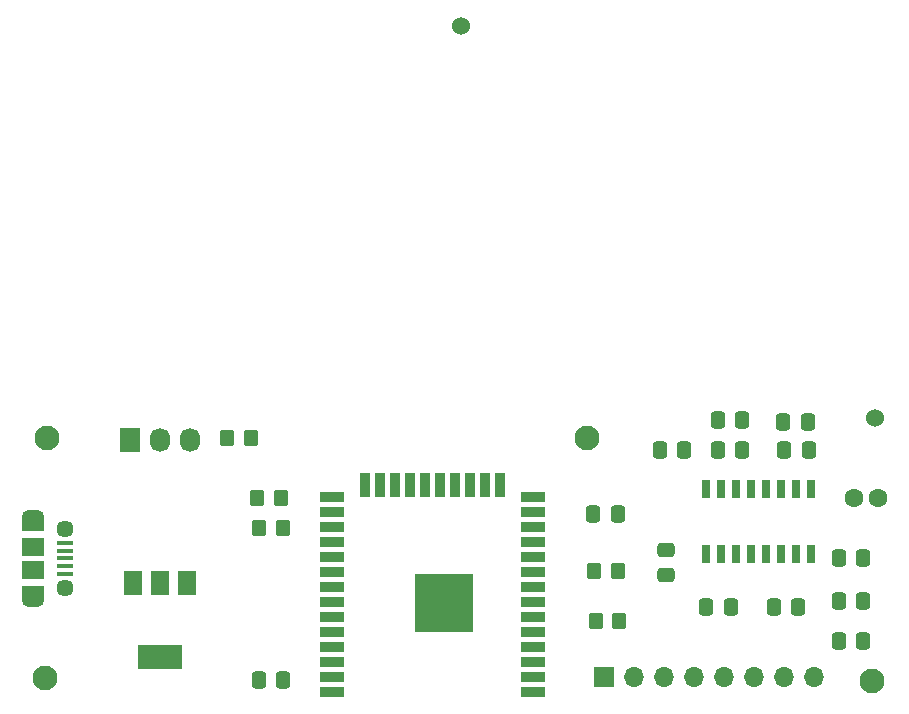
<source format=gts>
%TF.GenerationSoftware,KiCad,Pcbnew,(6.0.7)*%
%TF.CreationDate,2022-10-30T14:33:08-06:00*%
%TF.ProjectId,attiny_rfid_light,61747469-6e79-45f7-9266-69645f6c6967,rev?*%
%TF.SameCoordinates,Original*%
%TF.FileFunction,Soldermask,Top*%
%TF.FilePolarity,Negative*%
%FSLAX46Y46*%
G04 Gerber Fmt 4.6, Leading zero omitted, Abs format (unit mm)*
G04 Created by KiCad (PCBNEW (6.0.7)) date 2022-10-30 14:33:08*
%MOMM*%
%LPD*%
G01*
G04 APERTURE LIST*
G04 Aperture macros list*
%AMRoundRect*
0 Rectangle with rounded corners*
0 $1 Rounding radius*
0 $2 $3 $4 $5 $6 $7 $8 $9 X,Y pos of 4 corners*
0 Add a 4 corners polygon primitive as box body*
4,1,4,$2,$3,$4,$5,$6,$7,$8,$9,$2,$3,0*
0 Add four circle primitives for the rounded corners*
1,1,$1+$1,$2,$3*
1,1,$1+$1,$4,$5*
1,1,$1+$1,$6,$7*
1,1,$1+$1,$8,$9*
0 Add four rect primitives between the rounded corners*
20,1,$1+$1,$2,$3,$4,$5,0*
20,1,$1+$1,$4,$5,$6,$7,0*
20,1,$1+$1,$6,$7,$8,$9,0*
20,1,$1+$1,$8,$9,$2,$3,0*%
G04 Aperture macros list end*
%ADD10R,1.350000X0.400000*%
%ADD11O,1.900000X1.200000*%
%ADD12R,1.900000X1.200000*%
%ADD13C,1.450000*%
%ADD14R,1.900000X1.500000*%
%ADD15R,1.500000X2.000000*%
%ADD16R,3.800000X2.000000*%
%ADD17C,2.100000*%
%ADD18R,1.730000X2.030000*%
%ADD19O,1.730000X2.030000*%
%ADD20RoundRect,0.250000X-0.337500X-0.475000X0.337500X-0.475000X0.337500X0.475000X-0.337500X0.475000X0*%
%ADD21C,1.524000*%
%ADD22C,1.600000*%
%ADD23RoundRect,0.250000X-0.350000X-0.450000X0.350000X-0.450000X0.350000X0.450000X-0.350000X0.450000X0*%
%ADD24RoundRect,0.250000X0.350000X0.450000X-0.350000X0.450000X-0.350000X-0.450000X0.350000X-0.450000X0*%
%ADD25R,1.700000X1.700000*%
%ADD26O,1.700000X1.700000*%
%ADD27RoundRect,0.250000X0.475000X-0.337500X0.475000X0.337500X-0.475000X0.337500X-0.475000X-0.337500X0*%
%ADD28R,0.650000X1.550000*%
%ADD29RoundRect,0.250000X0.337500X0.475000X-0.337500X0.475000X-0.337500X-0.475000X0.337500X-0.475000X0*%
%ADD30R,2.000000X0.900000*%
%ADD31R,0.900000X2.000000*%
%ADD32R,5.000000X5.000000*%
G04 APERTURE END LIST*
D10*
X70042500Y-140940000D03*
X70042500Y-141590000D03*
X70042500Y-142240000D03*
X70042500Y-142890000D03*
X70042500Y-143540000D03*
D11*
X67342500Y-138740000D03*
D12*
X67342500Y-145140000D03*
D13*
X70042500Y-139740000D03*
D14*
X67342500Y-143240000D03*
D11*
X67342500Y-145740000D03*
D12*
X67342500Y-139340000D03*
D13*
X70042500Y-144740000D03*
D14*
X67342500Y-141240000D03*
D15*
X80382400Y-144284400D03*
X78082400Y-144284400D03*
D16*
X78082400Y-150584400D03*
D15*
X75782400Y-144284400D03*
D17*
X114300000Y-132080000D03*
D18*
X75542400Y-132194400D03*
D19*
X78082400Y-132194400D03*
X80622400Y-132194400D03*
D17*
X68580000Y-132080000D03*
D20*
X114791300Y-138482300D03*
X116866300Y-138482300D03*
X135593300Y-145825100D03*
X137668300Y-145825100D03*
D21*
X138663196Y-130386600D03*
X103553500Y-97133234D03*
D20*
X124334300Y-146336500D03*
X126409300Y-146336500D03*
X125313300Y-133036400D03*
X127388300Y-133036400D03*
X86457600Y-152494800D03*
X88532600Y-152494800D03*
X135593300Y-142240000D03*
X137668300Y-142240000D03*
D17*
X138420407Y-152599047D03*
D22*
X136881100Y-137160000D03*
X138881100Y-137160000D03*
D23*
X86495100Y-139700000D03*
X88495100Y-139700000D03*
D24*
X116847100Y-143316300D03*
X114847100Y-143316300D03*
D25*
X115658600Y-152313700D03*
D26*
X118198600Y-152313700D03*
X120738600Y-152313700D03*
X123278600Y-152313700D03*
X125818600Y-152313700D03*
X128358600Y-152313700D03*
X130898600Y-152313700D03*
X133438600Y-152313700D03*
D20*
X120415600Y-133060600D03*
X122490600Y-133060600D03*
D23*
X115009700Y-147538400D03*
X117009700Y-147538400D03*
D20*
X125316000Y-130527600D03*
X127391000Y-130527600D03*
D27*
X120966100Y-143619500D03*
X120966100Y-141544500D03*
D17*
X68400475Y-152358653D03*
D20*
X130881600Y-130649900D03*
X132956600Y-130649900D03*
D28*
X133183500Y-136397000D03*
X131913500Y-136397000D03*
X130643500Y-136397000D03*
X129373500Y-136397000D03*
X128103500Y-136397000D03*
X126833500Y-136397000D03*
X125563500Y-136397000D03*
X124293500Y-136397000D03*
X124293500Y-141847000D03*
X125563500Y-141847000D03*
X126833500Y-141847000D03*
X128103500Y-141847000D03*
X129373500Y-141847000D03*
X130643500Y-141847000D03*
X131913500Y-141847000D03*
X133183500Y-141847000D03*
D29*
X137647300Y-149213800D03*
X135572300Y-149213800D03*
D20*
X130088900Y-146336500D03*
X132163900Y-146336500D03*
D23*
X86360000Y-137160000D03*
X88360000Y-137160000D03*
D20*
X130942800Y-133036400D03*
X133017800Y-133036400D03*
D30*
X109688200Y-153519800D03*
X109688200Y-152249800D03*
X109688200Y-150979800D03*
X109688200Y-149709800D03*
X109688200Y-148439800D03*
X109688200Y-147169800D03*
X109688200Y-145899800D03*
X109688200Y-144629800D03*
X109688200Y-143359800D03*
X109688200Y-142089800D03*
X109688200Y-140819800D03*
X109688200Y-139549800D03*
X109688200Y-138279800D03*
X109688200Y-137009800D03*
D31*
X106903200Y-136009800D03*
X105633200Y-136009800D03*
X104363200Y-136009800D03*
X103093200Y-136009800D03*
X101823200Y-136009800D03*
X100553200Y-136009800D03*
X99283200Y-136009800D03*
X98013200Y-136009800D03*
X96743200Y-136009800D03*
X95473200Y-136009800D03*
D30*
X92688200Y-137009800D03*
X92688200Y-138279800D03*
X92688200Y-139549800D03*
X92688200Y-140819800D03*
X92688200Y-142089800D03*
X92688200Y-143359800D03*
X92688200Y-144629800D03*
X92688200Y-145899800D03*
X92688200Y-147169800D03*
X92688200Y-148439800D03*
X92688200Y-149709800D03*
X92688200Y-150979800D03*
X92688200Y-152249800D03*
X92688200Y-153519800D03*
D32*
X102188200Y-146019800D03*
D23*
X83820000Y-132080000D03*
X85820000Y-132080000D03*
M02*

</source>
